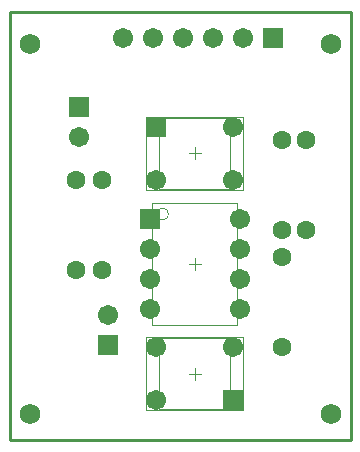
<source format=gts>
G04*
G04 #@! TF.GenerationSoftware,Altium Limited,Altium Designer,21.2.2 (38)*
G04*
G04 Layer_Color=8388736*
%FSLAX25Y25*%
%MOIN*%
G70*
G04*
G04 #@! TF.SameCoordinates,E4463E13-6215-4CEB-9C32-E63C6DB71CC8*
G04*
G04*
G04 #@! TF.FilePolarity,Negative*
G04*
G01*
G75*
%ADD13C,0.01000*%
%ADD14C,0.00394*%
%ADD15C,0.00197*%
%ADD16C,0.06800*%
%ADD17R,0.06706X0.06706*%
%ADD18C,0.06706*%
%ADD19C,0.06312*%
%ADD20R,0.06706X0.06706*%
D13*
X285000Y300000D02*
X398500D01*
X285000Y442500D02*
X398500D01*
Y300000D02*
Y442500D01*
X285000Y300000D02*
Y442500D01*
D14*
X337839Y375232D02*
G03*
X337839Y375232I-1969J0D01*
G01*
X334709Y383709D02*
X358291D01*
Y407291D01*
X334709D02*
X358291D01*
X334709Y383709D02*
Y407291D01*
Y333791D02*
X358291D01*
X334709Y310209D02*
Y333791D01*
Y310209D02*
X358291D01*
Y333791D01*
X332327Y338224D02*
Y378776D01*
X360673Y338224D02*
Y378776D01*
X332327D02*
X360673D01*
X332327Y338224D02*
X360673D01*
X344531Y395500D02*
X348469D01*
X346500Y393532D02*
Y397469D01*
X344532Y322000D02*
X348469D01*
X346500Y320031D02*
Y323969D01*
X344532Y358500D02*
X348469D01*
X346500Y356532D02*
Y360469D01*
D15*
X330358Y383295D02*
X362642D01*
X330358D02*
Y407705D01*
X362642D01*
Y383295D02*
Y407705D01*
X330358Y334205D02*
X362642D01*
Y309795D02*
Y334205D01*
X330358Y309795D02*
X362642D01*
X330358D02*
Y334205D01*
D16*
X291500Y308500D02*
D03*
X392000D02*
D03*
Y432000D02*
D03*
X291500D02*
D03*
D17*
X317500Y331500D02*
D03*
X308000Y411000D02*
D03*
D18*
X317500Y341500D02*
D03*
X333705Y386642D02*
D03*
X359295D02*
D03*
Y404358D02*
D03*
X362500Y434000D02*
D03*
X352500D02*
D03*
X342500D02*
D03*
X332500D02*
D03*
X322500D02*
D03*
X308000Y401000D02*
D03*
X359295Y330858D02*
D03*
X333705D02*
D03*
Y313142D02*
D03*
X331500Y363500D02*
D03*
Y353500D02*
D03*
Y343500D02*
D03*
X361500Y373500D02*
D03*
Y363500D02*
D03*
Y353500D02*
D03*
Y343500D02*
D03*
D19*
X375500Y361000D02*
D03*
Y331000D02*
D03*
X383500Y370000D02*
D03*
Y400000D02*
D03*
X375500D02*
D03*
Y370000D02*
D03*
X307000Y356500D02*
D03*
Y386500D02*
D03*
X315500Y356500D02*
D03*
Y386500D02*
D03*
D20*
X333705Y404358D02*
D03*
X372500Y434000D02*
D03*
X359295Y313142D02*
D03*
X331500Y373500D02*
D03*
M02*

</source>
